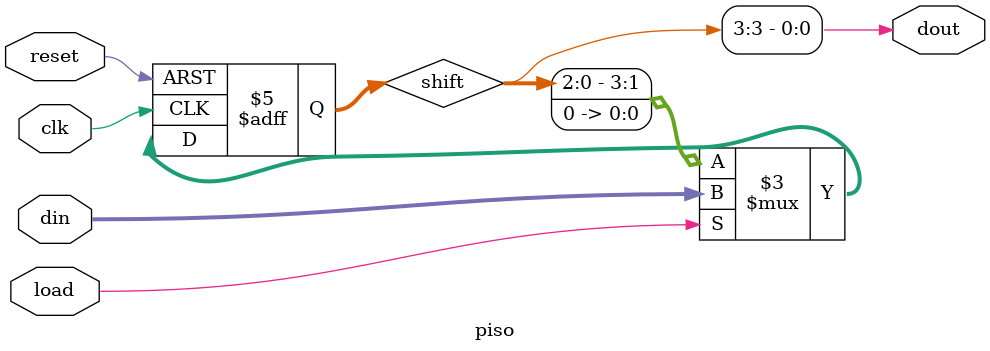
<source format=v>

module piso (
    input clk,
    input reset,
    input load,
    input [3:0] din,
    output dout
);

    reg [3:0] shift;

    assign dout = shift[3];

    always @(posedge clk or posedge reset) begin
        if (reset)
            shift <= 4'b0000;
        else if (load)
            shift <= din;
        else
            shift <= {shift[2:0], 1'b0};
    end

endmodule

</source>
